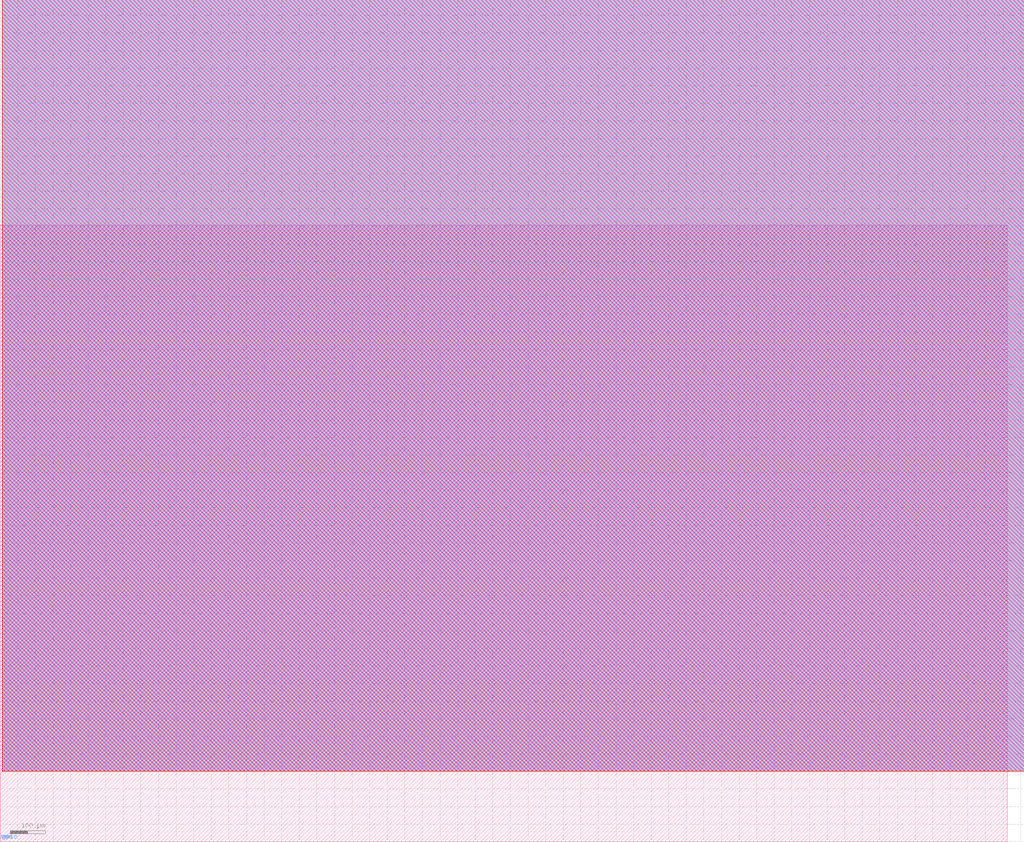
<source format=lef>
VERSION 5.7 ;
  NOWIREEXTENSIONATPIN ON ;
  DIVIDERCHAR "/" ;
  BUSBITCHARS "[]" ;
MACRO gf180_teststructures
  CLASS BLOCK ;
  FOREIGN gf180_teststructures ;
  ORIGIN 0.000 0.000 ;
  SIZE 2862.000 BY 1753.120 ;
  PIN vdd
    DIRECTION INOUT ;
    USE POWER ;
    PORT
      LAYER Metal4 ;
        RECT 0.000 0.000 0.500 0.500 ;
    END
  END vdd
  PIN vss
    DIRECTION INOUT ;
    USE GROUND ;
    PORT
      LAYER Metal4 ;
        RECT 1.500 0.000 2.000 0.500 ;
    END
  END vss
  PIN gpio
    DIRECTION INOUT ;
    USE SIGNAL ;
    PORT
      LAYER Metal4 ;
        RECT 3.000 0.000 3.500 0.500 ;
    END
  END gpio
  OBS
      LAYER Metal1 ;
        RECT 5.000 200.000 2909.920 2394.340 ;
      LAYER Metal2 ;
        RECT 5.000 200.000 2909.920 2394.340 ;
      LAYER Metal3 ;
        RECT 5.000 200.000 2909.920 2394.340 ;
      LAYER Metal4 ;
        RECT 5.000 200.000 2909.920 2394.340 ;
      LAYER Metal5 ;
        RECT 5.000 200.000 2909.920 2394.340 ;
  END
END gf180_teststructures
END LIBRARY


</source>
